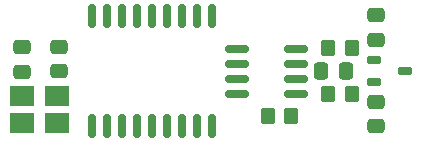
<source format=gbr>
%TF.GenerationSoftware,KiCad,Pcbnew,9.0.1*%
%TF.CreationDate,2025-04-21T23:50:01-04:00*%
%TF.ProjectId,can-nano-shield,63616e2d-6e61-46e6-9f2d-736869656c64,rev?*%
%TF.SameCoordinates,Original*%
%TF.FileFunction,Paste,Bot*%
%TF.FilePolarity,Positive*%
%FSLAX46Y46*%
G04 Gerber Fmt 4.6, Leading zero omitted, Abs format (unit mm)*
G04 Created by KiCad (PCBNEW 9.0.1) date 2025-04-21 23:50:01*
%MOMM*%
%LPD*%
G01*
G04 APERTURE LIST*
G04 Aperture macros list*
%AMRoundRect*
0 Rectangle with rounded corners*
0 $1 Rounding radius*
0 $2 $3 $4 $5 $6 $7 $8 $9 X,Y pos of 4 corners*
0 Add a 4 corners polygon primitive as box body*
4,1,4,$2,$3,$4,$5,$6,$7,$8,$9,$2,$3,0*
0 Add four circle primitives for the rounded corners*
1,1,$1+$1,$2,$3*
1,1,$1+$1,$4,$5*
1,1,$1+$1,$6,$7*
1,1,$1+$1,$8,$9*
0 Add four rect primitives between the rounded corners*
20,1,$1+$1,$2,$3,$4,$5,0*
20,1,$1+$1,$4,$5,$6,$7,0*
20,1,$1+$1,$6,$7,$8,$9,0*
20,1,$1+$1,$8,$9,$2,$3,0*%
G04 Aperture macros list end*
%ADD10R,2.100000X1.800000*%
%ADD11RoundRect,0.250000X0.475000X-0.337500X0.475000X0.337500X-0.475000X0.337500X-0.475000X-0.337500X0*%
%ADD12RoundRect,0.250000X-0.350000X-0.450000X0.350000X-0.450000X0.350000X0.450000X-0.350000X0.450000X0*%
%ADD13RoundRect,0.162500X-0.447500X-0.162500X0.447500X-0.162500X0.447500X0.162500X-0.447500X0.162500X0*%
%ADD14RoundRect,0.150000X-0.825000X-0.150000X0.825000X-0.150000X0.825000X0.150000X-0.825000X0.150000X0*%
%ADD15RoundRect,0.250000X0.350000X0.450000X-0.350000X0.450000X-0.350000X-0.450000X0.350000X-0.450000X0*%
%ADD16RoundRect,0.250000X-0.337500X-0.475000X0.337500X-0.475000X0.337500X0.475000X-0.337500X0.475000X0*%
%ADD17RoundRect,0.150000X0.150000X-0.875000X0.150000X0.875000X-0.150000X0.875000X-0.150000X-0.875000X0*%
G04 APERTURE END LIST*
D10*
%TO.C,Y1*%
X118225000Y-94425000D03*
X121125000Y-94425000D03*
X121125000Y-96725000D03*
X118225000Y-96725000D03*
%TD*%
D11*
%TO.C,C4*%
X148150000Y-97000000D03*
X148150000Y-94925000D03*
%TD*%
%TO.C,C2*%
X121325000Y-92337500D03*
X121325000Y-90262500D03*
%TD*%
D12*
%TO.C,Rt2*%
X144125000Y-90325000D03*
X146125000Y-90325000D03*
%TD*%
D13*
%TO.C,D1*%
X148015000Y-93242500D03*
X148015000Y-91342500D03*
X150635000Y-92292500D03*
%TD*%
D11*
%TO.C,C1*%
X118200000Y-92362500D03*
X118200000Y-90287500D03*
%TD*%
D14*
%TO.C,U2*%
X136425000Y-94215000D03*
X136425000Y-92945000D03*
X136425000Y-91675000D03*
X136425000Y-90405000D03*
X141375000Y-90405000D03*
X141375000Y-91675000D03*
X141375000Y-92945000D03*
X141375000Y-94215000D03*
%TD*%
D15*
%TO.C,R2*%
X141000000Y-96150000D03*
X139000000Y-96150000D03*
%TD*%
D16*
%TO.C,C3*%
X143500000Y-92275000D03*
X145575000Y-92275000D03*
%TD*%
D15*
%TO.C,Rt1*%
X146125000Y-94225000D03*
X144125000Y-94225000D03*
%TD*%
D17*
%TO.C,U1*%
X134250000Y-96925000D03*
X132980000Y-96925000D03*
X131710000Y-96925000D03*
X130440000Y-96925000D03*
X129170000Y-96925000D03*
X127900000Y-96925000D03*
X126630000Y-96925000D03*
X125360000Y-96925000D03*
X124090000Y-96925000D03*
X124090000Y-87625000D03*
X125360000Y-87625000D03*
X126630000Y-87625000D03*
X127900000Y-87625000D03*
X129170000Y-87625000D03*
X130440000Y-87625000D03*
X131710000Y-87625000D03*
X132980000Y-87625000D03*
X134250000Y-87625000D03*
%TD*%
D11*
%TO.C,C5*%
X148125000Y-89650000D03*
X148125000Y-87575000D03*
%TD*%
M02*

</source>
